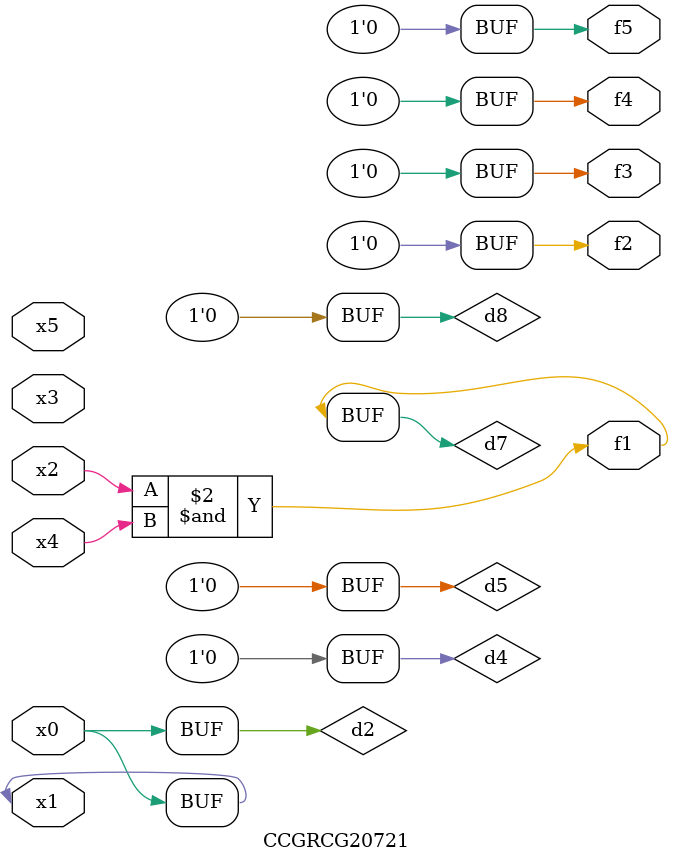
<source format=v>
module CCGRCG20721(
	input x0, x1, x2, x3, x4, x5,
	output f1, f2, f3, f4, f5
);

	wire d1, d2, d3, d4, d5, d6, d7, d8, d9;

	nand (d1, x1);
	buf (d2, x0, x1);
	nand (d3, x2, x4);
	and (d4, d1, d2);
	and (d5, d1, d2);
	nand (d6, d1, d3);
	not (d7, d3);
	xor (d8, d5);
	nor (d9, d5, d6);
	assign f1 = d7;
	assign f2 = d8;
	assign f3 = d8;
	assign f4 = d8;
	assign f5 = d8;
endmodule

</source>
